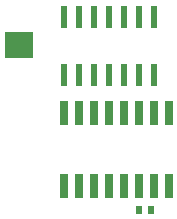
<source format=gbr>
G04 EAGLE Gerber RS-274X export*
G75*
%MOMM*%
%FSLAX34Y34*%
%LPD*%
%INSolderpaste Bottom*%
%IPPOS*%
%AMOC8*
5,1,8,0,0,1.08239X$1,22.5*%
G01*
%ADD10R,0.660400X2.032000*%
%ADD11R,0.600000X0.700000*%
%ADD12R,0.599100X1.968500*%
%ADD13R,2.489200X2.235200*%


D10*
X294640Y425704D03*
X294640Y364236D03*
X307340Y425704D03*
X320040Y425704D03*
X307340Y364236D03*
X320040Y364236D03*
X332740Y425704D03*
X332740Y364236D03*
X345440Y425704D03*
X345440Y364236D03*
X358140Y425704D03*
X370840Y425704D03*
X358140Y364236D03*
X370840Y364236D03*
X383540Y425704D03*
X383540Y364236D03*
D11*
X368220Y344170D03*
X358220Y344170D03*
D12*
X294640Y507334D03*
X307340Y507334D03*
X320040Y507334D03*
X332740Y507334D03*
X345440Y507334D03*
X358140Y507334D03*
X370840Y507334D03*
X370840Y457866D03*
X358140Y457866D03*
X345440Y457866D03*
X332740Y457866D03*
X320040Y457866D03*
X307340Y457866D03*
X294640Y457866D03*
D13*
X256540Y483870D03*
M02*

</source>
